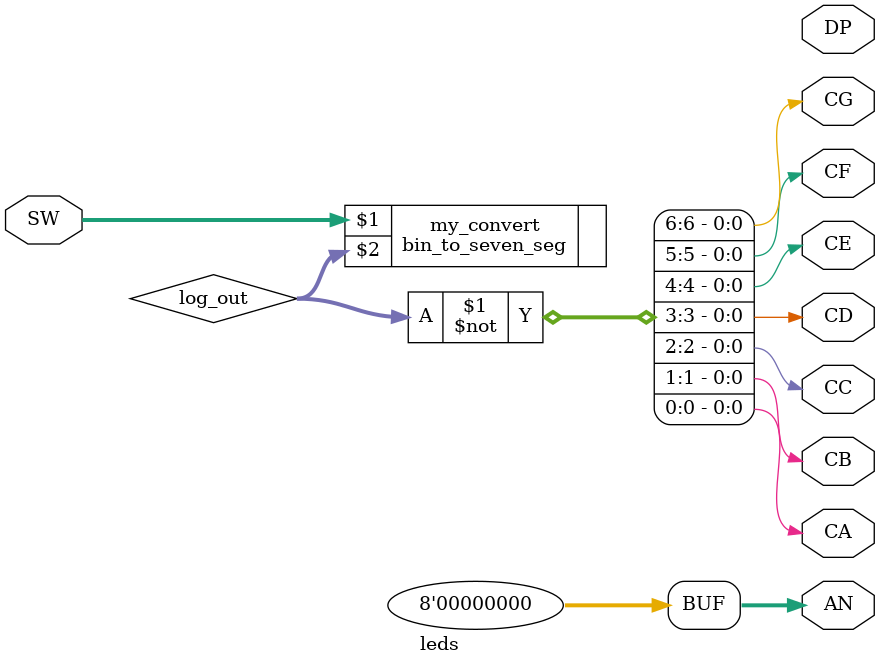
<source format=sv>
module leds
    (
        input logic [3:0] SW,
        output logic CA,
        output logic CB,
        output logic CC,
        output logic CD,
        output logic CE,
        output logic CF,
        output logic CG,
        output logic DP,
        output logic [7:0] AN
    );

    logic [6:0] log_out;
    assign AN[7] = 1'b0;
    assign AN[6] = 1'b0;
    assign AN[5] = 1'b0;
    assign AN[4] = 1'b0;
    assign AN[3] = 1'b0;
    assign AN[2] = 1'b0;
    assign AN[1] = 1'b0;
    assign AN[0] = 1'b0;
    bin_to_seven_seg my_convert(SW,log_out);
    assign {CG,CF,CE,CD,CC,CB,CA} = ~log_out;
    /*
    always@ (posedge CLK100MHZ)begin
        if(SW[1] == 1'b1)begin
            CA <= 1;
            CB <= 0;
            CC <= 0;
            CD <= 1;
            CE <= 1;
            CF <= 1;
            CG <= 1;
        end
        else if(SW[2] == 1'b1)begin
            CA <= 0;
            CB <= 0;
            CC <= 1;
            CD <= 0;
            CE <= 0;
            CF <= 1;
            CG <= 0;
        end
        else if(SW[3] == 1'b1)begin
            CA <= 0;
            CB <= 0;
            CC <= 0;
            CD <= 0;
            CE <= 1;
            CF <= 1;
            CG <= 0;
        end
    end
    */
    /*
    always@ (SW[0])
    while(SW[0] != 0)
        begin
            assign LED16_R = 1'b1;
            assign LED16_G = 1'b0;
            assign LED16_B = 1'b0;
        end
    
    always@ (SW[1])
    while(SW[1] != 0)
        begin
            assign LED16_R = 1'b0;
            assign LED16_G = 1'b1;
            assign LED16_B = 1'b0;
        end
     
    always@ (SW[2])
    while(SW[2] != 0)
        begin
            assign LED16_R = 1'b0;
            assign LED16_G = 1'b0;
            assign LED16_B = 1'b1;
        end
   */
    /*assign LED[0] = SW[0];
    assign LED[1] = SW[1];
    assign LED[2] = SW[0];
    assign LED[3] = SW[1];*/
    
    

endmodule
</source>
